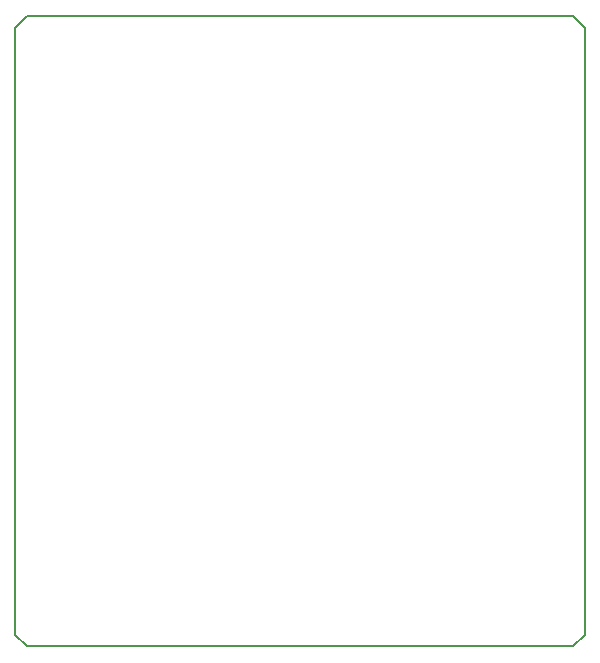
<source format=gm1>
G04 #@! TF.FileFunction,Profile,NP*
%FSLAX46Y46*%
G04 Gerber Fmt 4.6, Leading zero omitted, Abs format (unit mm)*
G04 Created by KiCad (PCBNEW 4.0.6) date Saturday, October 28, 2017 'PMt' 05:19:06 PM*
%MOMM*%
%LPD*%
G01*
G04 APERTURE LIST*
%ADD10C,0.100000*%
%ADD11C,0.150000*%
G04 APERTURE END LIST*
D10*
D11*
X52570000Y-34510000D02*
X98830000Y-34510000D01*
X52570000Y-34510000D02*
X51570000Y-35510000D01*
X51570000Y-35510000D02*
X51570000Y-86850000D01*
X51570000Y-86850000D02*
X52570000Y-87850000D01*
X52570000Y-87850000D02*
X98830000Y-87850000D01*
X98830000Y-87850000D02*
X99830000Y-86850000D01*
X99830000Y-86850000D02*
X99830000Y-35510000D01*
X98830000Y-34510000D02*
X99830000Y-35510000D01*
M02*

</source>
